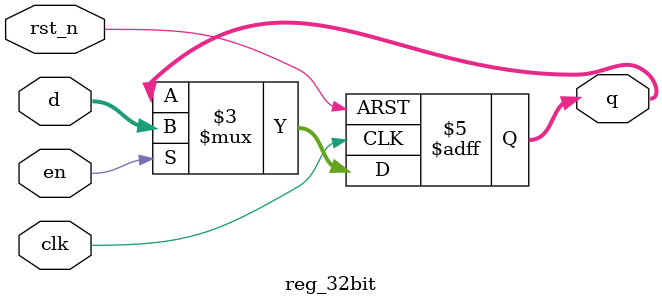
<source format=sv>
module reg_32bit (
	input logic clk, rst_n,
	input logic en,
	input logic [31:0] d,
	output logic [31:0] q
);

always @(posedge clk or negedge rst_n) begin
	if (~rst_n) begin
		q <= 32'h0000_0000;
	end else if (en) begin
		q <= d;
	end
end

endmodule : reg_32bit
</source>
